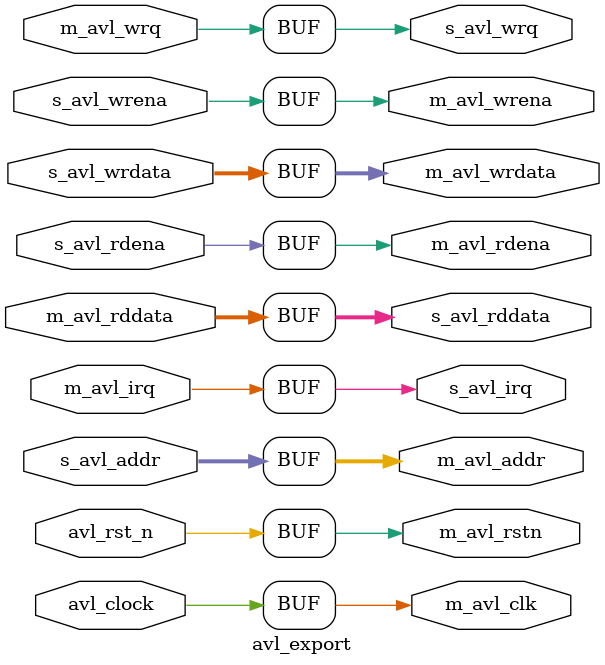
<source format=sv>
/****************************************************************************
 * avl_export.sv
 ****************************************************************************/

module avl_export#
(
  parameter int pADDR_WIDTH = 8,
  parameter int pDATA_WIDTH = 32
)(
  // -- Associated clock and reset signals
  input logic avl_clock,
  input logic avl_rst_n,

  // -- Slave interface
  input logic [pADDR_WIDTH-1:0] s_avl_addr,
  input logic s_avl_wrena,
  input logic [pDATA_WIDTH-1:0] s_avl_wrdata,
  input logic s_avl_rdena,
  output logic [pDATA_WIDTH-1:0] s_avl_rddata,
  output logic s_avl_irq,
  output wire s_avl_wrq,

  // -- Master interface
  output logic m_avl_clk,
  output logic m_avl_rstn,
  output logic [pADDR_WIDTH-1:0] m_avl_addr,
  output logic m_avl_wrena,
  output logic [pDATA_WIDTH-1:0] m_avl_wrdata,
  output logic m_avl_rdena,
  input logic [pDATA_WIDTH-1:0] m_avl_rddata,
  input logic m_avl_irq,
  input logic m_avl_wrq
);

assign m_avl_clk = avl_clock;
assign m_avl_rstn = avl_rst_n;
assign m_avl_addr = s_avl_addr;
assign m_avl_wrena = s_avl_wrena;
assign m_avl_wrdata = s_avl_wrdata;
assign m_avl_rdena = s_avl_rdena;
assign s_avl_rddata = m_avl_rddata;
assign s_avl_irq = m_avl_irq;
assign s_avl_wrq = m_avl_wrq;

endmodule

</source>
